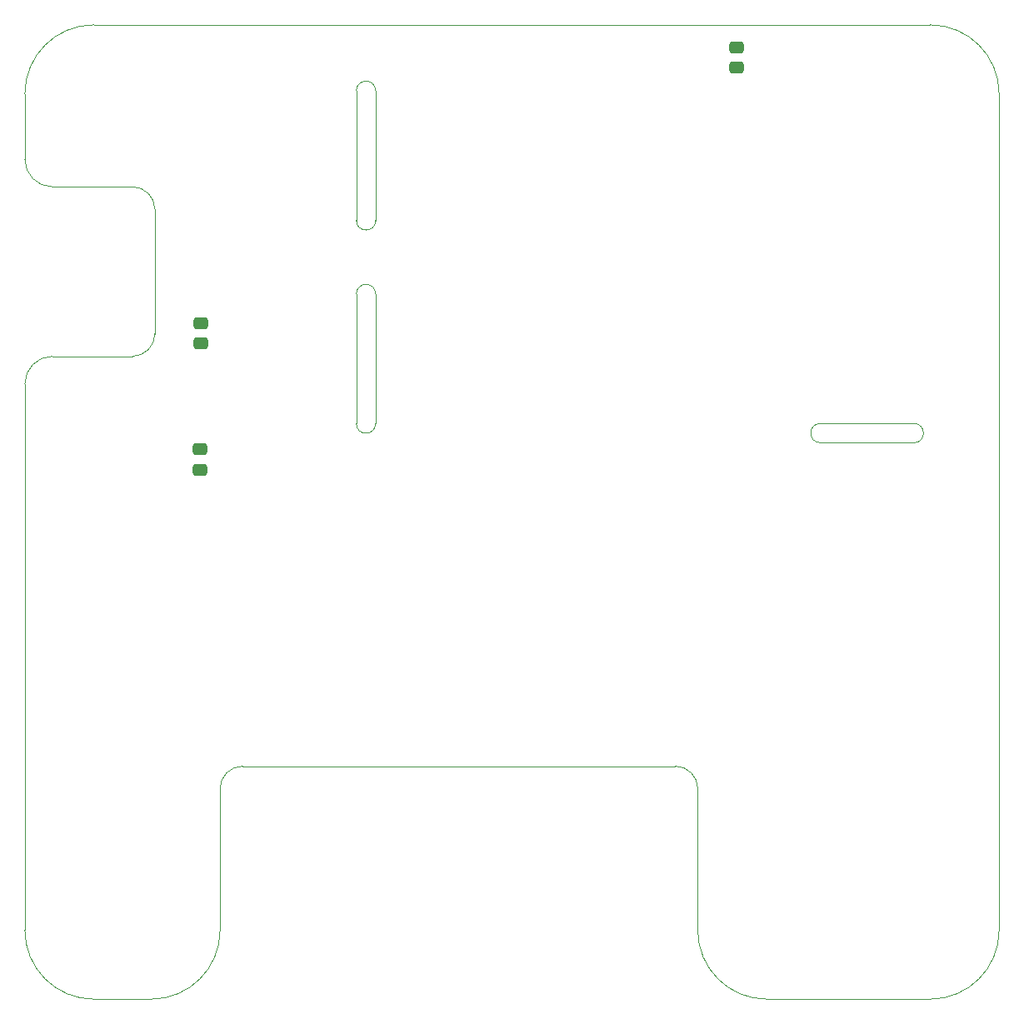
<source format=gbp>
G04 #@! TF.GenerationSoftware,KiCad,Pcbnew,7.0.7+dfsg-1*
G04 #@! TF.CreationDate,2024-09-08T18:24:33+02:00*
G04 #@! TF.ProjectId,evo-cube-sensor,65766f2d-6375-4626-952d-73656e736f72,rev?*
G04 #@! TF.SameCoordinates,Original*
G04 #@! TF.FileFunction,Paste,Bot*
G04 #@! TF.FilePolarity,Positive*
%FSLAX46Y46*%
G04 Gerber Fmt 4.6, Leading zero omitted, Abs format (unit mm)*
G04 Created by KiCad (PCBNEW 7.0.7+dfsg-1) date 2024-09-08 18:24:33*
%MOMM*%
%LPD*%
G01*
G04 APERTURE LIST*
G04 Aperture macros list*
%AMRoundRect*
0 Rectangle with rounded corners*
0 $1 Rounding radius*
0 $2 $3 $4 $5 $6 $7 $8 $9 X,Y pos of 4 corners*
0 Add a 4 corners polygon primitive as box body*
4,1,4,$2,$3,$4,$5,$6,$7,$8,$9,$2,$3,0*
0 Add four circle primitives for the rounded corners*
1,1,$1+$1,$2,$3*
1,1,$1+$1,$4,$5*
1,1,$1+$1,$6,$7*
1,1,$1+$1,$8,$9*
0 Add four rect primitives between the rounded corners*
20,1,$1+$1,$2,$3,$4,$5,0*
20,1,$1+$1,$4,$5,$6,$7,0*
20,1,$1+$1,$6,$7,$8,$9,0*
20,1,$1+$1,$8,$9,$2,$3,0*%
G04 Aperture macros list end*
%ADD10RoundRect,0.250000X0.475000X-0.337500X0.475000X0.337500X-0.475000X0.337500X-0.475000X-0.337500X0*%
%ADD11RoundRect,0.250000X-0.475000X0.337500X-0.475000X-0.337500X0.475000X-0.337500X0.475000X0.337500X0*%
G04 #@! TA.AperFunction,Profile*
%ADD12C,0.100000*%
G04 #@! TD*
G04 APERTURE END LIST*
D10*
X105943400Y-36927700D03*
X105943400Y-34852700D03*
D11*
X51485800Y-75717400D03*
X51485800Y-77792400D03*
D10*
X51511200Y-64943900D03*
X51511200Y-62868900D03*
D12*
X114503200Y-73075800D02*
X124002800Y-73075800D01*
X125664200Y-131569200D02*
G75*
G03*
X132664200Y-124569200I0J7000000D01*
G01*
X46500453Y-131569203D02*
G75*
G03*
X53500453Y-124569200I-3J7000003D01*
G01*
X33670200Y-46233544D02*
X33664200Y-39569200D01*
X33664200Y-124569200D02*
G75*
G03*
X40664200Y-131569200I7000000J0D01*
G01*
X67348843Y-73089243D02*
G75*
G03*
X69303157Y-73089243I977157J0D01*
G01*
X55786453Y-107899153D02*
G75*
G03*
X53500453Y-110185200I47J-2286047D01*
G01*
X125664200Y-32569200D02*
X40664200Y-32569200D01*
X99756200Y-107899200D02*
X55786453Y-107899200D01*
X102042200Y-110185200D02*
G75*
G03*
X99756200Y-107899200I-2286000J0D01*
G01*
X46878200Y-51313544D02*
X46878200Y-63957200D01*
X53500453Y-110185200D02*
X53500453Y-124569200D01*
X46878156Y-51313544D02*
G75*
G03*
X44592200Y-49027544I-2285956J44D01*
G01*
X69303157Y-59918600D02*
G75*
G03*
X67348843Y-59918600I-977157J0D01*
G01*
X44592200Y-66243200D02*
X36464200Y-66243200D01*
X44592200Y-66243200D02*
G75*
G03*
X46878200Y-63957200I0J2286000D01*
G01*
X44592200Y-49027544D02*
X36464200Y-49027544D01*
X102042200Y-110185200D02*
X102042200Y-124569200D01*
X36464200Y-66243200D02*
G75*
G03*
X33670200Y-69037200I0J-2794000D01*
G01*
X114503200Y-73075886D02*
G75*
G03*
X114503200Y-75030114I0J-977114D01*
G01*
X109042200Y-131569200D02*
X125664200Y-131569200D01*
X124002800Y-75030114D02*
X114503200Y-75030114D01*
X67348843Y-73089243D02*
X67348843Y-59918600D01*
X67348843Y-52439043D02*
G75*
G03*
X69303157Y-52439043I977157J0D01*
G01*
X69303157Y-39268400D02*
X69303157Y-52439043D01*
X33670200Y-69037200D02*
X33670200Y-124569200D01*
X124002800Y-75030200D02*
G75*
G03*
X124002800Y-73075800I0J977200D01*
G01*
X40664200Y-32569200D02*
G75*
G03*
X33664200Y-39569200I0J-7000000D01*
G01*
X67348843Y-39268400D02*
X67348843Y-52439043D01*
X69303157Y-59918600D02*
X69303157Y-73089243D01*
X132664200Y-39569200D02*
G75*
G03*
X125664200Y-32569200I-7000000J0D01*
G01*
X33670156Y-46233544D02*
G75*
G03*
X36464200Y-49027544I2794044J44D01*
G01*
X69303157Y-39268400D02*
G75*
G03*
X67348843Y-39268400I-977157J0D01*
G01*
X40664200Y-131569200D02*
X46500453Y-131569200D01*
X102042200Y-124569200D02*
G75*
G03*
X109042200Y-131569200I7000000J0D01*
G01*
X132664200Y-124569200D02*
X132664200Y-39569200D01*
M02*

</source>
